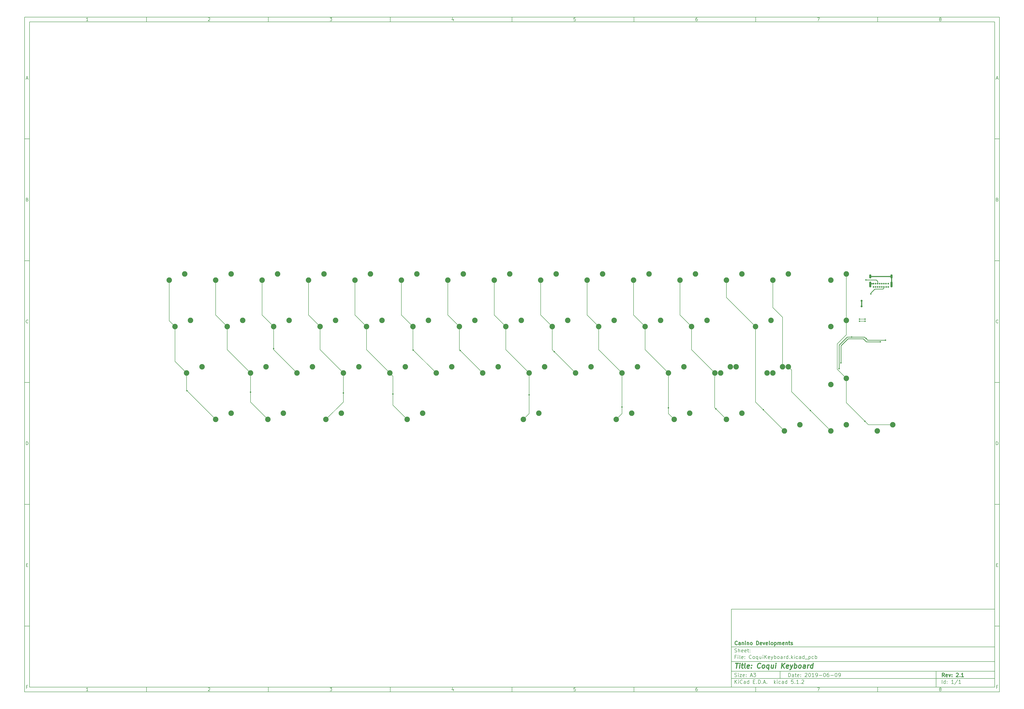
<source format=gtl>
G04 #@! TF.GenerationSoftware,KiCad,Pcbnew,5.1.2*
G04 #@! TF.CreationDate,2019-06-12T21:28:34-04:00*
G04 #@! TF.ProjectId,CoquiKeyboard,436f7175-694b-4657-9962-6f6172642e6b,2.1*
G04 #@! TF.SameCoordinates,Original*
G04 #@! TF.FileFunction,Copper,L1,Top*
G04 #@! TF.FilePolarity,Positive*
%FSLAX46Y46*%
G04 Gerber Fmt 4.6, Leading zero omitted, Abs format (unit mm)*
G04 Created by KiCad (PCBNEW 5.1.2) date 2019-06-12 21:28:34*
%MOMM*%
%LPD*%
G04 APERTURE LIST*
%ADD10C,0.100000*%
%ADD11C,0.150000*%
%ADD12C,0.300000*%
%ADD13C,0.400000*%
%ADD14C,2.250000*%
%ADD15C,0.650000*%
%ADD16O,0.900000X2.400000*%
%ADD17O,0.900000X1.700000*%
%ADD18C,0.800000*%
%ADD19C,0.600000*%
%ADD20C,0.381000*%
%ADD21C,0.250000*%
%ADD22C,0.203200*%
G04 APERTURE END LIST*
D10*
D11*
X299989000Y-253002200D02*
X299989000Y-285002200D01*
X407989000Y-285002200D01*
X407989000Y-253002200D01*
X299989000Y-253002200D01*
D10*
D11*
X10000000Y-10000000D02*
X10000000Y-287002200D01*
X409989000Y-287002200D01*
X409989000Y-10000000D01*
X10000000Y-10000000D01*
D10*
D11*
X12000000Y-12000000D02*
X12000000Y-285002200D01*
X407989000Y-285002200D01*
X407989000Y-12000000D01*
X12000000Y-12000000D01*
D10*
D11*
X60000000Y-12000000D02*
X60000000Y-10000000D01*
D10*
D11*
X110000000Y-12000000D02*
X110000000Y-10000000D01*
D10*
D11*
X160000000Y-12000000D02*
X160000000Y-10000000D01*
D10*
D11*
X210000000Y-12000000D02*
X210000000Y-10000000D01*
D10*
D11*
X260000000Y-12000000D02*
X260000000Y-10000000D01*
D10*
D11*
X310000000Y-12000000D02*
X310000000Y-10000000D01*
D10*
D11*
X360000000Y-12000000D02*
X360000000Y-10000000D01*
D10*
D11*
X36065476Y-11588095D02*
X35322619Y-11588095D01*
X35694047Y-11588095D02*
X35694047Y-10288095D01*
X35570238Y-10473809D01*
X35446428Y-10597619D01*
X35322619Y-10659523D01*
D10*
D11*
X85322619Y-10411904D02*
X85384523Y-10350000D01*
X85508333Y-10288095D01*
X85817857Y-10288095D01*
X85941666Y-10350000D01*
X86003571Y-10411904D01*
X86065476Y-10535714D01*
X86065476Y-10659523D01*
X86003571Y-10845238D01*
X85260714Y-11588095D01*
X86065476Y-11588095D01*
D10*
D11*
X135260714Y-10288095D02*
X136065476Y-10288095D01*
X135632142Y-10783333D01*
X135817857Y-10783333D01*
X135941666Y-10845238D01*
X136003571Y-10907142D01*
X136065476Y-11030952D01*
X136065476Y-11340476D01*
X136003571Y-11464285D01*
X135941666Y-11526190D01*
X135817857Y-11588095D01*
X135446428Y-11588095D01*
X135322619Y-11526190D01*
X135260714Y-11464285D01*
D10*
D11*
X185941666Y-10721428D02*
X185941666Y-11588095D01*
X185632142Y-10226190D02*
X185322619Y-11154761D01*
X186127380Y-11154761D01*
D10*
D11*
X236003571Y-10288095D02*
X235384523Y-10288095D01*
X235322619Y-10907142D01*
X235384523Y-10845238D01*
X235508333Y-10783333D01*
X235817857Y-10783333D01*
X235941666Y-10845238D01*
X236003571Y-10907142D01*
X236065476Y-11030952D01*
X236065476Y-11340476D01*
X236003571Y-11464285D01*
X235941666Y-11526190D01*
X235817857Y-11588095D01*
X235508333Y-11588095D01*
X235384523Y-11526190D01*
X235322619Y-11464285D01*
D10*
D11*
X285941666Y-10288095D02*
X285694047Y-10288095D01*
X285570238Y-10350000D01*
X285508333Y-10411904D01*
X285384523Y-10597619D01*
X285322619Y-10845238D01*
X285322619Y-11340476D01*
X285384523Y-11464285D01*
X285446428Y-11526190D01*
X285570238Y-11588095D01*
X285817857Y-11588095D01*
X285941666Y-11526190D01*
X286003571Y-11464285D01*
X286065476Y-11340476D01*
X286065476Y-11030952D01*
X286003571Y-10907142D01*
X285941666Y-10845238D01*
X285817857Y-10783333D01*
X285570238Y-10783333D01*
X285446428Y-10845238D01*
X285384523Y-10907142D01*
X285322619Y-11030952D01*
D10*
D11*
X335260714Y-10288095D02*
X336127380Y-10288095D01*
X335570238Y-11588095D01*
D10*
D11*
X385570238Y-10845238D02*
X385446428Y-10783333D01*
X385384523Y-10721428D01*
X385322619Y-10597619D01*
X385322619Y-10535714D01*
X385384523Y-10411904D01*
X385446428Y-10350000D01*
X385570238Y-10288095D01*
X385817857Y-10288095D01*
X385941666Y-10350000D01*
X386003571Y-10411904D01*
X386065476Y-10535714D01*
X386065476Y-10597619D01*
X386003571Y-10721428D01*
X385941666Y-10783333D01*
X385817857Y-10845238D01*
X385570238Y-10845238D01*
X385446428Y-10907142D01*
X385384523Y-10969047D01*
X385322619Y-11092857D01*
X385322619Y-11340476D01*
X385384523Y-11464285D01*
X385446428Y-11526190D01*
X385570238Y-11588095D01*
X385817857Y-11588095D01*
X385941666Y-11526190D01*
X386003571Y-11464285D01*
X386065476Y-11340476D01*
X386065476Y-11092857D01*
X386003571Y-10969047D01*
X385941666Y-10907142D01*
X385817857Y-10845238D01*
D10*
D11*
X60000000Y-285002200D02*
X60000000Y-287002200D01*
D10*
D11*
X110000000Y-285002200D02*
X110000000Y-287002200D01*
D10*
D11*
X160000000Y-285002200D02*
X160000000Y-287002200D01*
D10*
D11*
X210000000Y-285002200D02*
X210000000Y-287002200D01*
D10*
D11*
X260000000Y-285002200D02*
X260000000Y-287002200D01*
D10*
D11*
X310000000Y-285002200D02*
X310000000Y-287002200D01*
D10*
D11*
X360000000Y-285002200D02*
X360000000Y-287002200D01*
D10*
D11*
X36065476Y-286590295D02*
X35322619Y-286590295D01*
X35694047Y-286590295D02*
X35694047Y-285290295D01*
X35570238Y-285476009D01*
X35446428Y-285599819D01*
X35322619Y-285661723D01*
D10*
D11*
X85322619Y-285414104D02*
X85384523Y-285352200D01*
X85508333Y-285290295D01*
X85817857Y-285290295D01*
X85941666Y-285352200D01*
X86003571Y-285414104D01*
X86065476Y-285537914D01*
X86065476Y-285661723D01*
X86003571Y-285847438D01*
X85260714Y-286590295D01*
X86065476Y-286590295D01*
D10*
D11*
X135260714Y-285290295D02*
X136065476Y-285290295D01*
X135632142Y-285785533D01*
X135817857Y-285785533D01*
X135941666Y-285847438D01*
X136003571Y-285909342D01*
X136065476Y-286033152D01*
X136065476Y-286342676D01*
X136003571Y-286466485D01*
X135941666Y-286528390D01*
X135817857Y-286590295D01*
X135446428Y-286590295D01*
X135322619Y-286528390D01*
X135260714Y-286466485D01*
D10*
D11*
X185941666Y-285723628D02*
X185941666Y-286590295D01*
X185632142Y-285228390D02*
X185322619Y-286156961D01*
X186127380Y-286156961D01*
D10*
D11*
X236003571Y-285290295D02*
X235384523Y-285290295D01*
X235322619Y-285909342D01*
X235384523Y-285847438D01*
X235508333Y-285785533D01*
X235817857Y-285785533D01*
X235941666Y-285847438D01*
X236003571Y-285909342D01*
X236065476Y-286033152D01*
X236065476Y-286342676D01*
X236003571Y-286466485D01*
X235941666Y-286528390D01*
X235817857Y-286590295D01*
X235508333Y-286590295D01*
X235384523Y-286528390D01*
X235322619Y-286466485D01*
D10*
D11*
X285941666Y-285290295D02*
X285694047Y-285290295D01*
X285570238Y-285352200D01*
X285508333Y-285414104D01*
X285384523Y-285599819D01*
X285322619Y-285847438D01*
X285322619Y-286342676D01*
X285384523Y-286466485D01*
X285446428Y-286528390D01*
X285570238Y-286590295D01*
X285817857Y-286590295D01*
X285941666Y-286528390D01*
X286003571Y-286466485D01*
X286065476Y-286342676D01*
X286065476Y-286033152D01*
X286003571Y-285909342D01*
X285941666Y-285847438D01*
X285817857Y-285785533D01*
X285570238Y-285785533D01*
X285446428Y-285847438D01*
X285384523Y-285909342D01*
X285322619Y-286033152D01*
D10*
D11*
X335260714Y-285290295D02*
X336127380Y-285290295D01*
X335570238Y-286590295D01*
D10*
D11*
X385570238Y-285847438D02*
X385446428Y-285785533D01*
X385384523Y-285723628D01*
X385322619Y-285599819D01*
X385322619Y-285537914D01*
X385384523Y-285414104D01*
X385446428Y-285352200D01*
X385570238Y-285290295D01*
X385817857Y-285290295D01*
X385941666Y-285352200D01*
X386003571Y-285414104D01*
X386065476Y-285537914D01*
X386065476Y-285599819D01*
X386003571Y-285723628D01*
X385941666Y-285785533D01*
X385817857Y-285847438D01*
X385570238Y-285847438D01*
X385446428Y-285909342D01*
X385384523Y-285971247D01*
X385322619Y-286095057D01*
X385322619Y-286342676D01*
X385384523Y-286466485D01*
X385446428Y-286528390D01*
X385570238Y-286590295D01*
X385817857Y-286590295D01*
X385941666Y-286528390D01*
X386003571Y-286466485D01*
X386065476Y-286342676D01*
X386065476Y-286095057D01*
X386003571Y-285971247D01*
X385941666Y-285909342D01*
X385817857Y-285847438D01*
D10*
D11*
X10000000Y-60000000D02*
X12000000Y-60000000D01*
D10*
D11*
X10000000Y-110000000D02*
X12000000Y-110000000D01*
D10*
D11*
X10000000Y-160000000D02*
X12000000Y-160000000D01*
D10*
D11*
X10000000Y-210000000D02*
X12000000Y-210000000D01*
D10*
D11*
X10000000Y-260000000D02*
X12000000Y-260000000D01*
D10*
D11*
X10690476Y-35216666D02*
X11309523Y-35216666D01*
X10566666Y-35588095D02*
X11000000Y-34288095D01*
X11433333Y-35588095D01*
D10*
D11*
X11092857Y-84907142D02*
X11278571Y-84969047D01*
X11340476Y-85030952D01*
X11402380Y-85154761D01*
X11402380Y-85340476D01*
X11340476Y-85464285D01*
X11278571Y-85526190D01*
X11154761Y-85588095D01*
X10659523Y-85588095D01*
X10659523Y-84288095D01*
X11092857Y-84288095D01*
X11216666Y-84350000D01*
X11278571Y-84411904D01*
X11340476Y-84535714D01*
X11340476Y-84659523D01*
X11278571Y-84783333D01*
X11216666Y-84845238D01*
X11092857Y-84907142D01*
X10659523Y-84907142D01*
D10*
D11*
X11402380Y-135464285D02*
X11340476Y-135526190D01*
X11154761Y-135588095D01*
X11030952Y-135588095D01*
X10845238Y-135526190D01*
X10721428Y-135402380D01*
X10659523Y-135278571D01*
X10597619Y-135030952D01*
X10597619Y-134845238D01*
X10659523Y-134597619D01*
X10721428Y-134473809D01*
X10845238Y-134350000D01*
X11030952Y-134288095D01*
X11154761Y-134288095D01*
X11340476Y-134350000D01*
X11402380Y-134411904D01*
D10*
D11*
X10659523Y-185588095D02*
X10659523Y-184288095D01*
X10969047Y-184288095D01*
X11154761Y-184350000D01*
X11278571Y-184473809D01*
X11340476Y-184597619D01*
X11402380Y-184845238D01*
X11402380Y-185030952D01*
X11340476Y-185278571D01*
X11278571Y-185402380D01*
X11154761Y-185526190D01*
X10969047Y-185588095D01*
X10659523Y-185588095D01*
D10*
D11*
X10721428Y-234907142D02*
X11154761Y-234907142D01*
X11340476Y-235588095D02*
X10721428Y-235588095D01*
X10721428Y-234288095D01*
X11340476Y-234288095D01*
D10*
D11*
X11185714Y-284907142D02*
X10752380Y-284907142D01*
X10752380Y-285588095D02*
X10752380Y-284288095D01*
X11371428Y-284288095D01*
D10*
D11*
X409989000Y-60000000D02*
X407989000Y-60000000D01*
D10*
D11*
X409989000Y-110000000D02*
X407989000Y-110000000D01*
D10*
D11*
X409989000Y-160000000D02*
X407989000Y-160000000D01*
D10*
D11*
X409989000Y-210000000D02*
X407989000Y-210000000D01*
D10*
D11*
X409989000Y-260000000D02*
X407989000Y-260000000D01*
D10*
D11*
X408679476Y-35216666D02*
X409298523Y-35216666D01*
X408555666Y-35588095D02*
X408989000Y-34288095D01*
X409422333Y-35588095D01*
D10*
D11*
X409081857Y-84907142D02*
X409267571Y-84969047D01*
X409329476Y-85030952D01*
X409391380Y-85154761D01*
X409391380Y-85340476D01*
X409329476Y-85464285D01*
X409267571Y-85526190D01*
X409143761Y-85588095D01*
X408648523Y-85588095D01*
X408648523Y-84288095D01*
X409081857Y-84288095D01*
X409205666Y-84350000D01*
X409267571Y-84411904D01*
X409329476Y-84535714D01*
X409329476Y-84659523D01*
X409267571Y-84783333D01*
X409205666Y-84845238D01*
X409081857Y-84907142D01*
X408648523Y-84907142D01*
D10*
D11*
X409391380Y-135464285D02*
X409329476Y-135526190D01*
X409143761Y-135588095D01*
X409019952Y-135588095D01*
X408834238Y-135526190D01*
X408710428Y-135402380D01*
X408648523Y-135278571D01*
X408586619Y-135030952D01*
X408586619Y-134845238D01*
X408648523Y-134597619D01*
X408710428Y-134473809D01*
X408834238Y-134350000D01*
X409019952Y-134288095D01*
X409143761Y-134288095D01*
X409329476Y-134350000D01*
X409391380Y-134411904D01*
D10*
D11*
X408648523Y-185588095D02*
X408648523Y-184288095D01*
X408958047Y-184288095D01*
X409143761Y-184350000D01*
X409267571Y-184473809D01*
X409329476Y-184597619D01*
X409391380Y-184845238D01*
X409391380Y-185030952D01*
X409329476Y-185278571D01*
X409267571Y-185402380D01*
X409143761Y-185526190D01*
X408958047Y-185588095D01*
X408648523Y-185588095D01*
D10*
D11*
X408710428Y-234907142D02*
X409143761Y-234907142D01*
X409329476Y-235588095D02*
X408710428Y-235588095D01*
X408710428Y-234288095D01*
X409329476Y-234288095D01*
D10*
D11*
X409174714Y-284907142D02*
X408741380Y-284907142D01*
X408741380Y-285588095D02*
X408741380Y-284288095D01*
X409360428Y-284288095D01*
D10*
D11*
X323421142Y-280780771D02*
X323421142Y-279280771D01*
X323778285Y-279280771D01*
X323992571Y-279352200D01*
X324135428Y-279495057D01*
X324206857Y-279637914D01*
X324278285Y-279923628D01*
X324278285Y-280137914D01*
X324206857Y-280423628D01*
X324135428Y-280566485D01*
X323992571Y-280709342D01*
X323778285Y-280780771D01*
X323421142Y-280780771D01*
X325564000Y-280780771D02*
X325564000Y-279995057D01*
X325492571Y-279852200D01*
X325349714Y-279780771D01*
X325064000Y-279780771D01*
X324921142Y-279852200D01*
X325564000Y-280709342D02*
X325421142Y-280780771D01*
X325064000Y-280780771D01*
X324921142Y-280709342D01*
X324849714Y-280566485D01*
X324849714Y-280423628D01*
X324921142Y-280280771D01*
X325064000Y-280209342D01*
X325421142Y-280209342D01*
X325564000Y-280137914D01*
X326064000Y-279780771D02*
X326635428Y-279780771D01*
X326278285Y-279280771D02*
X326278285Y-280566485D01*
X326349714Y-280709342D01*
X326492571Y-280780771D01*
X326635428Y-280780771D01*
X327706857Y-280709342D02*
X327564000Y-280780771D01*
X327278285Y-280780771D01*
X327135428Y-280709342D01*
X327064000Y-280566485D01*
X327064000Y-279995057D01*
X327135428Y-279852200D01*
X327278285Y-279780771D01*
X327564000Y-279780771D01*
X327706857Y-279852200D01*
X327778285Y-279995057D01*
X327778285Y-280137914D01*
X327064000Y-280280771D01*
X328421142Y-280637914D02*
X328492571Y-280709342D01*
X328421142Y-280780771D01*
X328349714Y-280709342D01*
X328421142Y-280637914D01*
X328421142Y-280780771D01*
X328421142Y-279852200D02*
X328492571Y-279923628D01*
X328421142Y-279995057D01*
X328349714Y-279923628D01*
X328421142Y-279852200D01*
X328421142Y-279995057D01*
X330206857Y-279423628D02*
X330278285Y-279352200D01*
X330421142Y-279280771D01*
X330778285Y-279280771D01*
X330921142Y-279352200D01*
X330992571Y-279423628D01*
X331064000Y-279566485D01*
X331064000Y-279709342D01*
X330992571Y-279923628D01*
X330135428Y-280780771D01*
X331064000Y-280780771D01*
X331992571Y-279280771D02*
X332135428Y-279280771D01*
X332278285Y-279352200D01*
X332349714Y-279423628D01*
X332421142Y-279566485D01*
X332492571Y-279852200D01*
X332492571Y-280209342D01*
X332421142Y-280495057D01*
X332349714Y-280637914D01*
X332278285Y-280709342D01*
X332135428Y-280780771D01*
X331992571Y-280780771D01*
X331849714Y-280709342D01*
X331778285Y-280637914D01*
X331706857Y-280495057D01*
X331635428Y-280209342D01*
X331635428Y-279852200D01*
X331706857Y-279566485D01*
X331778285Y-279423628D01*
X331849714Y-279352200D01*
X331992571Y-279280771D01*
X333921142Y-280780771D02*
X333064000Y-280780771D01*
X333492571Y-280780771D02*
X333492571Y-279280771D01*
X333349714Y-279495057D01*
X333206857Y-279637914D01*
X333064000Y-279709342D01*
X334635428Y-280780771D02*
X334921142Y-280780771D01*
X335064000Y-280709342D01*
X335135428Y-280637914D01*
X335278285Y-280423628D01*
X335349714Y-280137914D01*
X335349714Y-279566485D01*
X335278285Y-279423628D01*
X335206857Y-279352200D01*
X335064000Y-279280771D01*
X334778285Y-279280771D01*
X334635428Y-279352200D01*
X334564000Y-279423628D01*
X334492571Y-279566485D01*
X334492571Y-279923628D01*
X334564000Y-280066485D01*
X334635428Y-280137914D01*
X334778285Y-280209342D01*
X335064000Y-280209342D01*
X335206857Y-280137914D01*
X335278285Y-280066485D01*
X335349714Y-279923628D01*
X335992571Y-280209342D02*
X337135428Y-280209342D01*
X338135428Y-279280771D02*
X338278285Y-279280771D01*
X338421142Y-279352200D01*
X338492571Y-279423628D01*
X338564000Y-279566485D01*
X338635428Y-279852200D01*
X338635428Y-280209342D01*
X338564000Y-280495057D01*
X338492571Y-280637914D01*
X338421142Y-280709342D01*
X338278285Y-280780771D01*
X338135428Y-280780771D01*
X337992571Y-280709342D01*
X337921142Y-280637914D01*
X337849714Y-280495057D01*
X337778285Y-280209342D01*
X337778285Y-279852200D01*
X337849714Y-279566485D01*
X337921142Y-279423628D01*
X337992571Y-279352200D01*
X338135428Y-279280771D01*
X339921142Y-279280771D02*
X339635428Y-279280771D01*
X339492571Y-279352200D01*
X339421142Y-279423628D01*
X339278285Y-279637914D01*
X339206857Y-279923628D01*
X339206857Y-280495057D01*
X339278285Y-280637914D01*
X339349714Y-280709342D01*
X339492571Y-280780771D01*
X339778285Y-280780771D01*
X339921142Y-280709342D01*
X339992571Y-280637914D01*
X340064000Y-280495057D01*
X340064000Y-280137914D01*
X339992571Y-279995057D01*
X339921142Y-279923628D01*
X339778285Y-279852200D01*
X339492571Y-279852200D01*
X339349714Y-279923628D01*
X339278285Y-279995057D01*
X339206857Y-280137914D01*
X340706857Y-280209342D02*
X341849714Y-280209342D01*
X342849714Y-279280771D02*
X342992571Y-279280771D01*
X343135428Y-279352200D01*
X343206857Y-279423628D01*
X343278285Y-279566485D01*
X343349714Y-279852200D01*
X343349714Y-280209342D01*
X343278285Y-280495057D01*
X343206857Y-280637914D01*
X343135428Y-280709342D01*
X342992571Y-280780771D01*
X342849714Y-280780771D01*
X342706857Y-280709342D01*
X342635428Y-280637914D01*
X342564000Y-280495057D01*
X342492571Y-280209342D01*
X342492571Y-279852200D01*
X342564000Y-279566485D01*
X342635428Y-279423628D01*
X342706857Y-279352200D01*
X342849714Y-279280771D01*
X344064000Y-280780771D02*
X344349714Y-280780771D01*
X344492571Y-280709342D01*
X344564000Y-280637914D01*
X344706857Y-280423628D01*
X344778285Y-280137914D01*
X344778285Y-279566485D01*
X344706857Y-279423628D01*
X344635428Y-279352200D01*
X344492571Y-279280771D01*
X344206857Y-279280771D01*
X344064000Y-279352200D01*
X343992571Y-279423628D01*
X343921142Y-279566485D01*
X343921142Y-279923628D01*
X343992571Y-280066485D01*
X344064000Y-280137914D01*
X344206857Y-280209342D01*
X344492571Y-280209342D01*
X344635428Y-280137914D01*
X344706857Y-280066485D01*
X344778285Y-279923628D01*
D10*
D11*
X299989000Y-281502200D02*
X407989000Y-281502200D01*
D10*
D11*
X301421142Y-283580771D02*
X301421142Y-282080771D01*
X302278285Y-283580771D02*
X301635428Y-282723628D01*
X302278285Y-282080771D02*
X301421142Y-282937914D01*
X302921142Y-283580771D02*
X302921142Y-282580771D01*
X302921142Y-282080771D02*
X302849714Y-282152200D01*
X302921142Y-282223628D01*
X302992571Y-282152200D01*
X302921142Y-282080771D01*
X302921142Y-282223628D01*
X304492571Y-283437914D02*
X304421142Y-283509342D01*
X304206857Y-283580771D01*
X304064000Y-283580771D01*
X303849714Y-283509342D01*
X303706857Y-283366485D01*
X303635428Y-283223628D01*
X303564000Y-282937914D01*
X303564000Y-282723628D01*
X303635428Y-282437914D01*
X303706857Y-282295057D01*
X303849714Y-282152200D01*
X304064000Y-282080771D01*
X304206857Y-282080771D01*
X304421142Y-282152200D01*
X304492571Y-282223628D01*
X305778285Y-283580771D02*
X305778285Y-282795057D01*
X305706857Y-282652200D01*
X305564000Y-282580771D01*
X305278285Y-282580771D01*
X305135428Y-282652200D01*
X305778285Y-283509342D02*
X305635428Y-283580771D01*
X305278285Y-283580771D01*
X305135428Y-283509342D01*
X305064000Y-283366485D01*
X305064000Y-283223628D01*
X305135428Y-283080771D01*
X305278285Y-283009342D01*
X305635428Y-283009342D01*
X305778285Y-282937914D01*
X307135428Y-283580771D02*
X307135428Y-282080771D01*
X307135428Y-283509342D02*
X306992571Y-283580771D01*
X306706857Y-283580771D01*
X306564000Y-283509342D01*
X306492571Y-283437914D01*
X306421142Y-283295057D01*
X306421142Y-282866485D01*
X306492571Y-282723628D01*
X306564000Y-282652200D01*
X306706857Y-282580771D01*
X306992571Y-282580771D01*
X307135428Y-282652200D01*
X308992571Y-282795057D02*
X309492571Y-282795057D01*
X309706857Y-283580771D02*
X308992571Y-283580771D01*
X308992571Y-282080771D01*
X309706857Y-282080771D01*
X310349714Y-283437914D02*
X310421142Y-283509342D01*
X310349714Y-283580771D01*
X310278285Y-283509342D01*
X310349714Y-283437914D01*
X310349714Y-283580771D01*
X311064000Y-283580771D02*
X311064000Y-282080771D01*
X311421142Y-282080771D01*
X311635428Y-282152200D01*
X311778285Y-282295057D01*
X311849714Y-282437914D01*
X311921142Y-282723628D01*
X311921142Y-282937914D01*
X311849714Y-283223628D01*
X311778285Y-283366485D01*
X311635428Y-283509342D01*
X311421142Y-283580771D01*
X311064000Y-283580771D01*
X312564000Y-283437914D02*
X312635428Y-283509342D01*
X312564000Y-283580771D01*
X312492571Y-283509342D01*
X312564000Y-283437914D01*
X312564000Y-283580771D01*
X313206857Y-283152200D02*
X313921142Y-283152200D01*
X313064000Y-283580771D02*
X313564000Y-282080771D01*
X314064000Y-283580771D01*
X314564000Y-283437914D02*
X314635428Y-283509342D01*
X314564000Y-283580771D01*
X314492571Y-283509342D01*
X314564000Y-283437914D01*
X314564000Y-283580771D01*
X317564000Y-283580771D02*
X317564000Y-282080771D01*
X317706857Y-283009342D02*
X318135428Y-283580771D01*
X318135428Y-282580771D02*
X317564000Y-283152200D01*
X318778285Y-283580771D02*
X318778285Y-282580771D01*
X318778285Y-282080771D02*
X318706857Y-282152200D01*
X318778285Y-282223628D01*
X318849714Y-282152200D01*
X318778285Y-282080771D01*
X318778285Y-282223628D01*
X320135428Y-283509342D02*
X319992571Y-283580771D01*
X319706857Y-283580771D01*
X319564000Y-283509342D01*
X319492571Y-283437914D01*
X319421142Y-283295057D01*
X319421142Y-282866485D01*
X319492571Y-282723628D01*
X319564000Y-282652200D01*
X319706857Y-282580771D01*
X319992571Y-282580771D01*
X320135428Y-282652200D01*
X321421142Y-283580771D02*
X321421142Y-282795057D01*
X321349714Y-282652200D01*
X321206857Y-282580771D01*
X320921142Y-282580771D01*
X320778285Y-282652200D01*
X321421142Y-283509342D02*
X321278285Y-283580771D01*
X320921142Y-283580771D01*
X320778285Y-283509342D01*
X320706857Y-283366485D01*
X320706857Y-283223628D01*
X320778285Y-283080771D01*
X320921142Y-283009342D01*
X321278285Y-283009342D01*
X321421142Y-282937914D01*
X322778285Y-283580771D02*
X322778285Y-282080771D01*
X322778285Y-283509342D02*
X322635428Y-283580771D01*
X322349714Y-283580771D01*
X322206857Y-283509342D01*
X322135428Y-283437914D01*
X322064000Y-283295057D01*
X322064000Y-282866485D01*
X322135428Y-282723628D01*
X322206857Y-282652200D01*
X322349714Y-282580771D01*
X322635428Y-282580771D01*
X322778285Y-282652200D01*
X325349714Y-282080771D02*
X324635428Y-282080771D01*
X324564000Y-282795057D01*
X324635428Y-282723628D01*
X324778285Y-282652200D01*
X325135428Y-282652200D01*
X325278285Y-282723628D01*
X325349714Y-282795057D01*
X325421142Y-282937914D01*
X325421142Y-283295057D01*
X325349714Y-283437914D01*
X325278285Y-283509342D01*
X325135428Y-283580771D01*
X324778285Y-283580771D01*
X324635428Y-283509342D01*
X324564000Y-283437914D01*
X326064000Y-283437914D02*
X326135428Y-283509342D01*
X326064000Y-283580771D01*
X325992571Y-283509342D01*
X326064000Y-283437914D01*
X326064000Y-283580771D01*
X327564000Y-283580771D02*
X326706857Y-283580771D01*
X327135428Y-283580771D02*
X327135428Y-282080771D01*
X326992571Y-282295057D01*
X326849714Y-282437914D01*
X326706857Y-282509342D01*
X328206857Y-283437914D02*
X328278285Y-283509342D01*
X328206857Y-283580771D01*
X328135428Y-283509342D01*
X328206857Y-283437914D01*
X328206857Y-283580771D01*
X328849714Y-282223628D02*
X328921142Y-282152200D01*
X329064000Y-282080771D01*
X329421142Y-282080771D01*
X329564000Y-282152200D01*
X329635428Y-282223628D01*
X329706857Y-282366485D01*
X329706857Y-282509342D01*
X329635428Y-282723628D01*
X328778285Y-283580771D01*
X329706857Y-283580771D01*
D10*
D11*
X299989000Y-278502200D02*
X407989000Y-278502200D01*
D10*
D12*
X387398285Y-280780771D02*
X386898285Y-280066485D01*
X386541142Y-280780771D02*
X386541142Y-279280771D01*
X387112571Y-279280771D01*
X387255428Y-279352200D01*
X387326857Y-279423628D01*
X387398285Y-279566485D01*
X387398285Y-279780771D01*
X387326857Y-279923628D01*
X387255428Y-279995057D01*
X387112571Y-280066485D01*
X386541142Y-280066485D01*
X388612571Y-280709342D02*
X388469714Y-280780771D01*
X388184000Y-280780771D01*
X388041142Y-280709342D01*
X387969714Y-280566485D01*
X387969714Y-279995057D01*
X388041142Y-279852200D01*
X388184000Y-279780771D01*
X388469714Y-279780771D01*
X388612571Y-279852200D01*
X388684000Y-279995057D01*
X388684000Y-280137914D01*
X387969714Y-280280771D01*
X389184000Y-279780771D02*
X389541142Y-280780771D01*
X389898285Y-279780771D01*
X390469714Y-280637914D02*
X390541142Y-280709342D01*
X390469714Y-280780771D01*
X390398285Y-280709342D01*
X390469714Y-280637914D01*
X390469714Y-280780771D01*
X390469714Y-279852200D02*
X390541142Y-279923628D01*
X390469714Y-279995057D01*
X390398285Y-279923628D01*
X390469714Y-279852200D01*
X390469714Y-279995057D01*
X392255428Y-279423628D02*
X392326857Y-279352200D01*
X392469714Y-279280771D01*
X392826857Y-279280771D01*
X392969714Y-279352200D01*
X393041142Y-279423628D01*
X393112571Y-279566485D01*
X393112571Y-279709342D01*
X393041142Y-279923628D01*
X392184000Y-280780771D01*
X393112571Y-280780771D01*
X393755428Y-280637914D02*
X393826857Y-280709342D01*
X393755428Y-280780771D01*
X393684000Y-280709342D01*
X393755428Y-280637914D01*
X393755428Y-280780771D01*
X395255428Y-280780771D02*
X394398285Y-280780771D01*
X394826857Y-280780771D02*
X394826857Y-279280771D01*
X394684000Y-279495057D01*
X394541142Y-279637914D01*
X394398285Y-279709342D01*
D10*
D11*
X301349714Y-280709342D02*
X301564000Y-280780771D01*
X301921142Y-280780771D01*
X302064000Y-280709342D01*
X302135428Y-280637914D01*
X302206857Y-280495057D01*
X302206857Y-280352200D01*
X302135428Y-280209342D01*
X302064000Y-280137914D01*
X301921142Y-280066485D01*
X301635428Y-279995057D01*
X301492571Y-279923628D01*
X301421142Y-279852200D01*
X301349714Y-279709342D01*
X301349714Y-279566485D01*
X301421142Y-279423628D01*
X301492571Y-279352200D01*
X301635428Y-279280771D01*
X301992571Y-279280771D01*
X302206857Y-279352200D01*
X302849714Y-280780771D02*
X302849714Y-279780771D01*
X302849714Y-279280771D02*
X302778285Y-279352200D01*
X302849714Y-279423628D01*
X302921142Y-279352200D01*
X302849714Y-279280771D01*
X302849714Y-279423628D01*
X303421142Y-279780771D02*
X304206857Y-279780771D01*
X303421142Y-280780771D01*
X304206857Y-280780771D01*
X305349714Y-280709342D02*
X305206857Y-280780771D01*
X304921142Y-280780771D01*
X304778285Y-280709342D01*
X304706857Y-280566485D01*
X304706857Y-279995057D01*
X304778285Y-279852200D01*
X304921142Y-279780771D01*
X305206857Y-279780771D01*
X305349714Y-279852200D01*
X305421142Y-279995057D01*
X305421142Y-280137914D01*
X304706857Y-280280771D01*
X306064000Y-280637914D02*
X306135428Y-280709342D01*
X306064000Y-280780771D01*
X305992571Y-280709342D01*
X306064000Y-280637914D01*
X306064000Y-280780771D01*
X306064000Y-279852200D02*
X306135428Y-279923628D01*
X306064000Y-279995057D01*
X305992571Y-279923628D01*
X306064000Y-279852200D01*
X306064000Y-279995057D01*
X307849714Y-280352200D02*
X308564000Y-280352200D01*
X307706857Y-280780771D02*
X308206857Y-279280771D01*
X308706857Y-280780771D01*
X309064000Y-279280771D02*
X309992571Y-279280771D01*
X309492571Y-279852200D01*
X309706857Y-279852200D01*
X309849714Y-279923628D01*
X309921142Y-279995057D01*
X309992571Y-280137914D01*
X309992571Y-280495057D01*
X309921142Y-280637914D01*
X309849714Y-280709342D01*
X309706857Y-280780771D01*
X309278285Y-280780771D01*
X309135428Y-280709342D01*
X309064000Y-280637914D01*
D10*
D11*
X386421142Y-283580771D02*
X386421142Y-282080771D01*
X387778285Y-283580771D02*
X387778285Y-282080771D01*
X387778285Y-283509342D02*
X387635428Y-283580771D01*
X387349714Y-283580771D01*
X387206857Y-283509342D01*
X387135428Y-283437914D01*
X387064000Y-283295057D01*
X387064000Y-282866485D01*
X387135428Y-282723628D01*
X387206857Y-282652200D01*
X387349714Y-282580771D01*
X387635428Y-282580771D01*
X387778285Y-282652200D01*
X388492571Y-283437914D02*
X388564000Y-283509342D01*
X388492571Y-283580771D01*
X388421142Y-283509342D01*
X388492571Y-283437914D01*
X388492571Y-283580771D01*
X388492571Y-282652200D02*
X388564000Y-282723628D01*
X388492571Y-282795057D01*
X388421142Y-282723628D01*
X388492571Y-282652200D01*
X388492571Y-282795057D01*
X391135428Y-283580771D02*
X390278285Y-283580771D01*
X390706857Y-283580771D02*
X390706857Y-282080771D01*
X390564000Y-282295057D01*
X390421142Y-282437914D01*
X390278285Y-282509342D01*
X392849714Y-282009342D02*
X391564000Y-283937914D01*
X394135428Y-283580771D02*
X393278285Y-283580771D01*
X393706857Y-283580771D02*
X393706857Y-282080771D01*
X393564000Y-282295057D01*
X393421142Y-282437914D01*
X393278285Y-282509342D01*
D10*
D11*
X299989000Y-274502200D02*
X407989000Y-274502200D01*
D10*
D13*
X301701380Y-275206961D02*
X302844238Y-275206961D01*
X302022809Y-277206961D02*
X302272809Y-275206961D01*
X303260904Y-277206961D02*
X303427571Y-275873628D01*
X303510904Y-275206961D02*
X303403761Y-275302200D01*
X303487095Y-275397438D01*
X303594238Y-275302200D01*
X303510904Y-275206961D01*
X303487095Y-275397438D01*
X304094238Y-275873628D02*
X304856142Y-275873628D01*
X304463285Y-275206961D02*
X304249000Y-276921247D01*
X304320428Y-277111723D01*
X304499000Y-277206961D01*
X304689476Y-277206961D01*
X305641857Y-277206961D02*
X305463285Y-277111723D01*
X305391857Y-276921247D01*
X305606142Y-275206961D01*
X307177571Y-277111723D02*
X306975190Y-277206961D01*
X306594238Y-277206961D01*
X306415666Y-277111723D01*
X306344238Y-276921247D01*
X306439476Y-276159342D01*
X306558523Y-275968866D01*
X306760904Y-275873628D01*
X307141857Y-275873628D01*
X307320428Y-275968866D01*
X307391857Y-276159342D01*
X307368047Y-276349819D01*
X306391857Y-276540295D01*
X308141857Y-277016485D02*
X308225190Y-277111723D01*
X308118047Y-277206961D01*
X308034714Y-277111723D01*
X308141857Y-277016485D01*
X308118047Y-277206961D01*
X308272809Y-275968866D02*
X308356142Y-276064104D01*
X308249000Y-276159342D01*
X308165666Y-276064104D01*
X308272809Y-275968866D01*
X308249000Y-276159342D01*
X311760904Y-277016485D02*
X311653761Y-277111723D01*
X311356142Y-277206961D01*
X311165666Y-277206961D01*
X310891857Y-277111723D01*
X310725190Y-276921247D01*
X310653761Y-276730771D01*
X310606142Y-276349819D01*
X310641857Y-276064104D01*
X310784714Y-275683152D01*
X310903761Y-275492676D01*
X311118047Y-275302200D01*
X311415666Y-275206961D01*
X311606142Y-275206961D01*
X311879952Y-275302200D01*
X311963285Y-275397438D01*
X312879952Y-277206961D02*
X312701380Y-277111723D01*
X312618047Y-277016485D01*
X312546619Y-276826009D01*
X312618047Y-276254580D01*
X312737095Y-276064104D01*
X312844238Y-275968866D01*
X313046619Y-275873628D01*
X313332333Y-275873628D01*
X313510904Y-275968866D01*
X313594238Y-276064104D01*
X313665666Y-276254580D01*
X313594238Y-276826009D01*
X313475190Y-277016485D01*
X313368047Y-277111723D01*
X313165666Y-277206961D01*
X312879952Y-277206961D01*
X315427571Y-275873628D02*
X315177571Y-277873628D01*
X315272809Y-277111723D02*
X315070428Y-277206961D01*
X314689476Y-277206961D01*
X314510904Y-277111723D01*
X314427571Y-277016485D01*
X314356142Y-276826009D01*
X314427571Y-276254580D01*
X314546619Y-276064104D01*
X314653761Y-275968866D01*
X314856142Y-275873628D01*
X315237095Y-275873628D01*
X315415666Y-275968866D01*
X317237095Y-275873628D02*
X317070428Y-277206961D01*
X316379952Y-275873628D02*
X316249000Y-276921247D01*
X316320428Y-277111723D01*
X316499000Y-277206961D01*
X316784714Y-277206961D01*
X316987095Y-277111723D01*
X317094238Y-277016485D01*
X318022809Y-277206961D02*
X318189476Y-275873628D01*
X318272809Y-275206961D02*
X318165666Y-275302200D01*
X318249000Y-275397438D01*
X318356142Y-275302200D01*
X318272809Y-275206961D01*
X318249000Y-275397438D01*
X320499000Y-277206961D02*
X320749000Y-275206961D01*
X321641857Y-277206961D02*
X320927571Y-276064104D01*
X321891857Y-275206961D02*
X320606142Y-276349819D01*
X323272809Y-277111723D02*
X323070428Y-277206961D01*
X322689476Y-277206961D01*
X322510904Y-277111723D01*
X322439476Y-276921247D01*
X322534714Y-276159342D01*
X322653761Y-275968866D01*
X322856142Y-275873628D01*
X323237095Y-275873628D01*
X323415666Y-275968866D01*
X323487095Y-276159342D01*
X323463285Y-276349819D01*
X322487095Y-276540295D01*
X324189476Y-275873628D02*
X324499000Y-277206961D01*
X325141857Y-275873628D02*
X324499000Y-277206961D01*
X324249000Y-277683152D01*
X324141857Y-277778390D01*
X323939476Y-277873628D01*
X325737095Y-277206961D02*
X325987095Y-275206961D01*
X325891857Y-275968866D02*
X326094238Y-275873628D01*
X326475190Y-275873628D01*
X326653761Y-275968866D01*
X326737095Y-276064104D01*
X326808523Y-276254580D01*
X326737095Y-276826009D01*
X326618047Y-277016485D01*
X326510904Y-277111723D01*
X326308523Y-277206961D01*
X325927571Y-277206961D01*
X325749000Y-277111723D01*
X327832333Y-277206961D02*
X327653761Y-277111723D01*
X327570428Y-277016485D01*
X327499000Y-276826009D01*
X327570428Y-276254580D01*
X327689476Y-276064104D01*
X327796619Y-275968866D01*
X327999000Y-275873628D01*
X328284714Y-275873628D01*
X328463285Y-275968866D01*
X328546619Y-276064104D01*
X328618047Y-276254580D01*
X328546619Y-276826009D01*
X328427571Y-277016485D01*
X328320428Y-277111723D01*
X328118047Y-277206961D01*
X327832333Y-277206961D01*
X330213285Y-277206961D02*
X330344238Y-276159342D01*
X330272809Y-275968866D01*
X330094238Y-275873628D01*
X329713285Y-275873628D01*
X329510904Y-275968866D01*
X330225190Y-277111723D02*
X330022809Y-277206961D01*
X329546619Y-277206961D01*
X329368047Y-277111723D01*
X329296619Y-276921247D01*
X329320428Y-276730771D01*
X329439476Y-276540295D01*
X329641857Y-276445057D01*
X330118047Y-276445057D01*
X330320428Y-276349819D01*
X331165666Y-277206961D02*
X331332333Y-275873628D01*
X331284714Y-276254580D02*
X331403761Y-276064104D01*
X331510904Y-275968866D01*
X331713285Y-275873628D01*
X331903761Y-275873628D01*
X333260904Y-277206961D02*
X333510904Y-275206961D01*
X333272809Y-277111723D02*
X333070428Y-277206961D01*
X332689476Y-277206961D01*
X332510904Y-277111723D01*
X332427571Y-277016485D01*
X332356142Y-276826009D01*
X332427571Y-276254580D01*
X332546619Y-276064104D01*
X332653761Y-275968866D01*
X332856142Y-275873628D01*
X333237095Y-275873628D01*
X333415666Y-275968866D01*
D10*
D11*
X301921142Y-272595057D02*
X301421142Y-272595057D01*
X301421142Y-273380771D02*
X301421142Y-271880771D01*
X302135428Y-271880771D01*
X302706857Y-273380771D02*
X302706857Y-272380771D01*
X302706857Y-271880771D02*
X302635428Y-271952200D01*
X302706857Y-272023628D01*
X302778285Y-271952200D01*
X302706857Y-271880771D01*
X302706857Y-272023628D01*
X303635428Y-273380771D02*
X303492571Y-273309342D01*
X303421142Y-273166485D01*
X303421142Y-271880771D01*
X304778285Y-273309342D02*
X304635428Y-273380771D01*
X304349714Y-273380771D01*
X304206857Y-273309342D01*
X304135428Y-273166485D01*
X304135428Y-272595057D01*
X304206857Y-272452200D01*
X304349714Y-272380771D01*
X304635428Y-272380771D01*
X304778285Y-272452200D01*
X304849714Y-272595057D01*
X304849714Y-272737914D01*
X304135428Y-272880771D01*
X305492571Y-273237914D02*
X305564000Y-273309342D01*
X305492571Y-273380771D01*
X305421142Y-273309342D01*
X305492571Y-273237914D01*
X305492571Y-273380771D01*
X305492571Y-272452200D02*
X305564000Y-272523628D01*
X305492571Y-272595057D01*
X305421142Y-272523628D01*
X305492571Y-272452200D01*
X305492571Y-272595057D01*
X308206857Y-273237914D02*
X308135428Y-273309342D01*
X307921142Y-273380771D01*
X307778285Y-273380771D01*
X307564000Y-273309342D01*
X307421142Y-273166485D01*
X307349714Y-273023628D01*
X307278285Y-272737914D01*
X307278285Y-272523628D01*
X307349714Y-272237914D01*
X307421142Y-272095057D01*
X307564000Y-271952200D01*
X307778285Y-271880771D01*
X307921142Y-271880771D01*
X308135428Y-271952200D01*
X308206857Y-272023628D01*
X309064000Y-273380771D02*
X308921142Y-273309342D01*
X308849714Y-273237914D01*
X308778285Y-273095057D01*
X308778285Y-272666485D01*
X308849714Y-272523628D01*
X308921142Y-272452200D01*
X309064000Y-272380771D01*
X309278285Y-272380771D01*
X309421142Y-272452200D01*
X309492571Y-272523628D01*
X309564000Y-272666485D01*
X309564000Y-273095057D01*
X309492571Y-273237914D01*
X309421142Y-273309342D01*
X309278285Y-273380771D01*
X309064000Y-273380771D01*
X310849714Y-272380771D02*
X310849714Y-273880771D01*
X310849714Y-273309342D02*
X310706857Y-273380771D01*
X310421142Y-273380771D01*
X310278285Y-273309342D01*
X310206857Y-273237914D01*
X310135428Y-273095057D01*
X310135428Y-272666485D01*
X310206857Y-272523628D01*
X310278285Y-272452200D01*
X310421142Y-272380771D01*
X310706857Y-272380771D01*
X310849714Y-272452200D01*
X312206857Y-272380771D02*
X312206857Y-273380771D01*
X311564000Y-272380771D02*
X311564000Y-273166485D01*
X311635428Y-273309342D01*
X311778285Y-273380771D01*
X311992571Y-273380771D01*
X312135428Y-273309342D01*
X312206857Y-273237914D01*
X312921142Y-273380771D02*
X312921142Y-272380771D01*
X312921142Y-271880771D02*
X312849714Y-271952200D01*
X312921142Y-272023628D01*
X312992571Y-271952200D01*
X312921142Y-271880771D01*
X312921142Y-272023628D01*
X313635428Y-273380771D02*
X313635428Y-271880771D01*
X314492571Y-273380771D02*
X313849714Y-272523628D01*
X314492571Y-271880771D02*
X313635428Y-272737914D01*
X315706857Y-273309342D02*
X315564000Y-273380771D01*
X315278285Y-273380771D01*
X315135428Y-273309342D01*
X315064000Y-273166485D01*
X315064000Y-272595057D01*
X315135428Y-272452200D01*
X315278285Y-272380771D01*
X315564000Y-272380771D01*
X315706857Y-272452200D01*
X315778285Y-272595057D01*
X315778285Y-272737914D01*
X315064000Y-272880771D01*
X316278285Y-272380771D02*
X316635428Y-273380771D01*
X316992571Y-272380771D02*
X316635428Y-273380771D01*
X316492571Y-273737914D01*
X316421142Y-273809342D01*
X316278285Y-273880771D01*
X317564000Y-273380771D02*
X317564000Y-271880771D01*
X317564000Y-272452200D02*
X317706857Y-272380771D01*
X317992571Y-272380771D01*
X318135428Y-272452200D01*
X318206857Y-272523628D01*
X318278285Y-272666485D01*
X318278285Y-273095057D01*
X318206857Y-273237914D01*
X318135428Y-273309342D01*
X317992571Y-273380771D01*
X317706857Y-273380771D01*
X317564000Y-273309342D01*
X319135428Y-273380771D02*
X318992571Y-273309342D01*
X318921142Y-273237914D01*
X318849714Y-273095057D01*
X318849714Y-272666485D01*
X318921142Y-272523628D01*
X318992571Y-272452200D01*
X319135428Y-272380771D01*
X319349714Y-272380771D01*
X319492571Y-272452200D01*
X319564000Y-272523628D01*
X319635428Y-272666485D01*
X319635428Y-273095057D01*
X319564000Y-273237914D01*
X319492571Y-273309342D01*
X319349714Y-273380771D01*
X319135428Y-273380771D01*
X320921142Y-273380771D02*
X320921142Y-272595057D01*
X320849714Y-272452200D01*
X320706857Y-272380771D01*
X320421142Y-272380771D01*
X320278285Y-272452200D01*
X320921142Y-273309342D02*
X320778285Y-273380771D01*
X320421142Y-273380771D01*
X320278285Y-273309342D01*
X320206857Y-273166485D01*
X320206857Y-273023628D01*
X320278285Y-272880771D01*
X320421142Y-272809342D01*
X320778285Y-272809342D01*
X320921142Y-272737914D01*
X321635428Y-273380771D02*
X321635428Y-272380771D01*
X321635428Y-272666485D02*
X321706857Y-272523628D01*
X321778285Y-272452200D01*
X321921142Y-272380771D01*
X322064000Y-272380771D01*
X323206857Y-273380771D02*
X323206857Y-271880771D01*
X323206857Y-273309342D02*
X323064000Y-273380771D01*
X322778285Y-273380771D01*
X322635428Y-273309342D01*
X322564000Y-273237914D01*
X322492571Y-273095057D01*
X322492571Y-272666485D01*
X322564000Y-272523628D01*
X322635428Y-272452200D01*
X322778285Y-272380771D01*
X323064000Y-272380771D01*
X323206857Y-272452200D01*
X323921142Y-273237914D02*
X323992571Y-273309342D01*
X323921142Y-273380771D01*
X323849714Y-273309342D01*
X323921142Y-273237914D01*
X323921142Y-273380771D01*
X324635428Y-273380771D02*
X324635428Y-271880771D01*
X324778285Y-272809342D02*
X325206857Y-273380771D01*
X325206857Y-272380771D02*
X324635428Y-272952200D01*
X325849714Y-273380771D02*
X325849714Y-272380771D01*
X325849714Y-271880771D02*
X325778285Y-271952200D01*
X325849714Y-272023628D01*
X325921142Y-271952200D01*
X325849714Y-271880771D01*
X325849714Y-272023628D01*
X327206857Y-273309342D02*
X327064000Y-273380771D01*
X326778285Y-273380771D01*
X326635428Y-273309342D01*
X326564000Y-273237914D01*
X326492571Y-273095057D01*
X326492571Y-272666485D01*
X326564000Y-272523628D01*
X326635428Y-272452200D01*
X326778285Y-272380771D01*
X327064000Y-272380771D01*
X327206857Y-272452200D01*
X328492571Y-273380771D02*
X328492571Y-272595057D01*
X328421142Y-272452200D01*
X328278285Y-272380771D01*
X327992571Y-272380771D01*
X327849714Y-272452200D01*
X328492571Y-273309342D02*
X328349714Y-273380771D01*
X327992571Y-273380771D01*
X327849714Y-273309342D01*
X327778285Y-273166485D01*
X327778285Y-273023628D01*
X327849714Y-272880771D01*
X327992571Y-272809342D01*
X328349714Y-272809342D01*
X328492571Y-272737914D01*
X329849714Y-273380771D02*
X329849714Y-271880771D01*
X329849714Y-273309342D02*
X329706857Y-273380771D01*
X329421142Y-273380771D01*
X329278285Y-273309342D01*
X329206857Y-273237914D01*
X329135428Y-273095057D01*
X329135428Y-272666485D01*
X329206857Y-272523628D01*
X329278285Y-272452200D01*
X329421142Y-272380771D01*
X329706857Y-272380771D01*
X329849714Y-272452200D01*
X330206857Y-273523628D02*
X331349714Y-273523628D01*
X331706857Y-272380771D02*
X331706857Y-273880771D01*
X331706857Y-272452200D02*
X331849714Y-272380771D01*
X332135428Y-272380771D01*
X332278285Y-272452200D01*
X332349714Y-272523628D01*
X332421142Y-272666485D01*
X332421142Y-273095057D01*
X332349714Y-273237914D01*
X332278285Y-273309342D01*
X332135428Y-273380771D01*
X331849714Y-273380771D01*
X331706857Y-273309342D01*
X333706857Y-273309342D02*
X333564000Y-273380771D01*
X333278285Y-273380771D01*
X333135428Y-273309342D01*
X333064000Y-273237914D01*
X332992571Y-273095057D01*
X332992571Y-272666485D01*
X333064000Y-272523628D01*
X333135428Y-272452200D01*
X333278285Y-272380771D01*
X333564000Y-272380771D01*
X333706857Y-272452200D01*
X334349714Y-273380771D02*
X334349714Y-271880771D01*
X334349714Y-272452200D02*
X334492571Y-272380771D01*
X334778285Y-272380771D01*
X334921142Y-272452200D01*
X334992571Y-272523628D01*
X335064000Y-272666485D01*
X335064000Y-273095057D01*
X334992571Y-273237914D01*
X334921142Y-273309342D01*
X334778285Y-273380771D01*
X334492571Y-273380771D01*
X334349714Y-273309342D01*
D10*
D11*
X299989000Y-268502200D02*
X407989000Y-268502200D01*
D10*
D11*
X301349714Y-270609342D02*
X301564000Y-270680771D01*
X301921142Y-270680771D01*
X302064000Y-270609342D01*
X302135428Y-270537914D01*
X302206857Y-270395057D01*
X302206857Y-270252200D01*
X302135428Y-270109342D01*
X302064000Y-270037914D01*
X301921142Y-269966485D01*
X301635428Y-269895057D01*
X301492571Y-269823628D01*
X301421142Y-269752200D01*
X301349714Y-269609342D01*
X301349714Y-269466485D01*
X301421142Y-269323628D01*
X301492571Y-269252200D01*
X301635428Y-269180771D01*
X301992571Y-269180771D01*
X302206857Y-269252200D01*
X302849714Y-270680771D02*
X302849714Y-269180771D01*
X303492571Y-270680771D02*
X303492571Y-269895057D01*
X303421142Y-269752200D01*
X303278285Y-269680771D01*
X303064000Y-269680771D01*
X302921142Y-269752200D01*
X302849714Y-269823628D01*
X304778285Y-270609342D02*
X304635428Y-270680771D01*
X304349714Y-270680771D01*
X304206857Y-270609342D01*
X304135428Y-270466485D01*
X304135428Y-269895057D01*
X304206857Y-269752200D01*
X304349714Y-269680771D01*
X304635428Y-269680771D01*
X304778285Y-269752200D01*
X304849714Y-269895057D01*
X304849714Y-270037914D01*
X304135428Y-270180771D01*
X306064000Y-270609342D02*
X305921142Y-270680771D01*
X305635428Y-270680771D01*
X305492571Y-270609342D01*
X305421142Y-270466485D01*
X305421142Y-269895057D01*
X305492571Y-269752200D01*
X305635428Y-269680771D01*
X305921142Y-269680771D01*
X306064000Y-269752200D01*
X306135428Y-269895057D01*
X306135428Y-270037914D01*
X305421142Y-270180771D01*
X306564000Y-269680771D02*
X307135428Y-269680771D01*
X306778285Y-269180771D02*
X306778285Y-270466485D01*
X306849714Y-270609342D01*
X306992571Y-270680771D01*
X307135428Y-270680771D01*
X307635428Y-270537914D02*
X307706857Y-270609342D01*
X307635428Y-270680771D01*
X307564000Y-270609342D01*
X307635428Y-270537914D01*
X307635428Y-270680771D01*
X307635428Y-269752200D02*
X307706857Y-269823628D01*
X307635428Y-269895057D01*
X307564000Y-269823628D01*
X307635428Y-269752200D01*
X307635428Y-269895057D01*
D10*
D12*
X302398285Y-267537914D02*
X302326857Y-267609342D01*
X302112571Y-267680771D01*
X301969714Y-267680771D01*
X301755428Y-267609342D01*
X301612571Y-267466485D01*
X301541142Y-267323628D01*
X301469714Y-267037914D01*
X301469714Y-266823628D01*
X301541142Y-266537914D01*
X301612571Y-266395057D01*
X301755428Y-266252200D01*
X301969714Y-266180771D01*
X302112571Y-266180771D01*
X302326857Y-266252200D01*
X302398285Y-266323628D01*
X303684000Y-267680771D02*
X303684000Y-266895057D01*
X303612571Y-266752200D01*
X303469714Y-266680771D01*
X303184000Y-266680771D01*
X303041142Y-266752200D01*
X303684000Y-267609342D02*
X303541142Y-267680771D01*
X303184000Y-267680771D01*
X303041142Y-267609342D01*
X302969714Y-267466485D01*
X302969714Y-267323628D01*
X303041142Y-267180771D01*
X303184000Y-267109342D01*
X303541142Y-267109342D01*
X303684000Y-267037914D01*
X304398285Y-266680771D02*
X304398285Y-267680771D01*
X304398285Y-266823628D02*
X304469714Y-266752200D01*
X304612571Y-266680771D01*
X304826857Y-266680771D01*
X304969714Y-266752200D01*
X305041142Y-266895057D01*
X305041142Y-267680771D01*
X305755428Y-267680771D02*
X305755428Y-266680771D01*
X305755428Y-266180771D02*
X305684000Y-266252200D01*
X305755428Y-266323628D01*
X305826857Y-266252200D01*
X305755428Y-266180771D01*
X305755428Y-266323628D01*
X306469714Y-266680771D02*
X306469714Y-267680771D01*
X306469714Y-266823628D02*
X306541142Y-266752200D01*
X306684000Y-266680771D01*
X306898285Y-266680771D01*
X307041142Y-266752200D01*
X307112571Y-266895057D01*
X307112571Y-267680771D01*
X308041142Y-267680771D02*
X307898285Y-267609342D01*
X307826857Y-267537914D01*
X307755428Y-267395057D01*
X307755428Y-266966485D01*
X307826857Y-266823628D01*
X307898285Y-266752200D01*
X308041142Y-266680771D01*
X308255428Y-266680771D01*
X308398285Y-266752200D01*
X308469714Y-266823628D01*
X308541142Y-266966485D01*
X308541142Y-267395057D01*
X308469714Y-267537914D01*
X308398285Y-267609342D01*
X308255428Y-267680771D01*
X308041142Y-267680771D01*
X310326857Y-267680771D02*
X310326857Y-266180771D01*
X310684000Y-266180771D01*
X310898285Y-266252200D01*
X311041142Y-266395057D01*
X311112571Y-266537914D01*
X311184000Y-266823628D01*
X311184000Y-267037914D01*
X311112571Y-267323628D01*
X311041142Y-267466485D01*
X310898285Y-267609342D01*
X310684000Y-267680771D01*
X310326857Y-267680771D01*
X312398285Y-267609342D02*
X312255428Y-267680771D01*
X311969714Y-267680771D01*
X311826857Y-267609342D01*
X311755428Y-267466485D01*
X311755428Y-266895057D01*
X311826857Y-266752200D01*
X311969714Y-266680771D01*
X312255428Y-266680771D01*
X312398285Y-266752200D01*
X312469714Y-266895057D01*
X312469714Y-267037914D01*
X311755428Y-267180771D01*
X312969714Y-266680771D02*
X313326857Y-267680771D01*
X313684000Y-266680771D01*
X314826857Y-267609342D02*
X314684000Y-267680771D01*
X314398285Y-267680771D01*
X314255428Y-267609342D01*
X314184000Y-267466485D01*
X314184000Y-266895057D01*
X314255428Y-266752200D01*
X314398285Y-266680771D01*
X314684000Y-266680771D01*
X314826857Y-266752200D01*
X314898285Y-266895057D01*
X314898285Y-267037914D01*
X314184000Y-267180771D01*
X315755428Y-267680771D02*
X315612571Y-267609342D01*
X315541142Y-267466485D01*
X315541142Y-266180771D01*
X316541142Y-267680771D02*
X316398285Y-267609342D01*
X316326857Y-267537914D01*
X316255428Y-267395057D01*
X316255428Y-266966485D01*
X316326857Y-266823628D01*
X316398285Y-266752200D01*
X316541142Y-266680771D01*
X316755428Y-266680771D01*
X316898285Y-266752200D01*
X316969714Y-266823628D01*
X317041142Y-266966485D01*
X317041142Y-267395057D01*
X316969714Y-267537914D01*
X316898285Y-267609342D01*
X316755428Y-267680771D01*
X316541142Y-267680771D01*
X317684000Y-266680771D02*
X317684000Y-268180771D01*
X317684000Y-266752200D02*
X317826857Y-266680771D01*
X318112571Y-266680771D01*
X318255428Y-266752200D01*
X318326857Y-266823628D01*
X318398285Y-266966485D01*
X318398285Y-267395057D01*
X318326857Y-267537914D01*
X318255428Y-267609342D01*
X318112571Y-267680771D01*
X317826857Y-267680771D01*
X317684000Y-267609342D01*
X319041142Y-267680771D02*
X319041142Y-266680771D01*
X319041142Y-266823628D02*
X319112571Y-266752200D01*
X319255428Y-266680771D01*
X319469714Y-266680771D01*
X319612571Y-266752200D01*
X319684000Y-266895057D01*
X319684000Y-267680771D01*
X319684000Y-266895057D02*
X319755428Y-266752200D01*
X319898285Y-266680771D01*
X320112571Y-266680771D01*
X320255428Y-266752200D01*
X320326857Y-266895057D01*
X320326857Y-267680771D01*
X321612571Y-267609342D02*
X321469714Y-267680771D01*
X321184000Y-267680771D01*
X321041142Y-267609342D01*
X320969714Y-267466485D01*
X320969714Y-266895057D01*
X321041142Y-266752200D01*
X321184000Y-266680771D01*
X321469714Y-266680771D01*
X321612571Y-266752200D01*
X321684000Y-266895057D01*
X321684000Y-267037914D01*
X320969714Y-267180771D01*
X322326857Y-266680771D02*
X322326857Y-267680771D01*
X322326857Y-266823628D02*
X322398285Y-266752200D01*
X322541142Y-266680771D01*
X322755428Y-266680771D01*
X322898285Y-266752200D01*
X322969714Y-266895057D01*
X322969714Y-267680771D01*
X323469714Y-266680771D02*
X324041142Y-266680771D01*
X323684000Y-266180771D02*
X323684000Y-267466485D01*
X323755428Y-267609342D01*
X323898285Y-267680771D01*
X324041142Y-267680771D01*
X324469714Y-267609342D02*
X324612571Y-267680771D01*
X324898285Y-267680771D01*
X325041142Y-267609342D01*
X325112571Y-267466485D01*
X325112571Y-267395057D01*
X325041142Y-267252200D01*
X324898285Y-267180771D01*
X324684000Y-267180771D01*
X324541142Y-267109342D01*
X324469714Y-266966485D01*
X324469714Y-266895057D01*
X324541142Y-266752200D01*
X324684000Y-266680771D01*
X324898285Y-266680771D01*
X325041142Y-266752200D01*
D10*
D11*
X319989000Y-278502200D02*
X319989000Y-281502200D01*
D10*
D11*
X383989000Y-278502200D02*
X383989000Y-285002200D01*
D14*
X213804500Y-134493000D03*
X207454500Y-137033000D03*
X347154500Y-115443000D03*
X340804500Y-117983000D03*
X209042000Y-115443000D03*
X202692000Y-117983000D03*
D15*
X362590000Y-120781000D03*
X364290000Y-120781000D03*
X363440000Y-120781000D03*
X361740000Y-120781000D03*
X360890000Y-120781000D03*
X360040000Y-120781000D03*
X359190000Y-120781000D03*
X358340000Y-120781000D03*
X364290000Y-119456000D03*
X363435000Y-119456000D03*
X362585000Y-119456000D03*
X361735000Y-119456000D03*
X360885000Y-119456000D03*
X360035000Y-119456000D03*
X359185000Y-119456000D03*
X358335000Y-119456000D03*
D16*
X365640000Y-119801000D03*
X356990000Y-119801000D03*
D17*
X365640000Y-116421000D03*
X356990000Y-116421000D03*
D14*
X242379500Y-153543000D03*
X236029500Y-156083000D03*
X75692000Y-115443000D03*
X69342000Y-117983000D03*
X94742000Y-115443000D03*
X88392000Y-117983000D03*
X113792000Y-115443000D03*
X107442000Y-117983000D03*
X132842000Y-115443000D03*
X126492000Y-117983000D03*
X151892000Y-115443000D03*
X145542000Y-117983000D03*
X170942000Y-115443000D03*
X164592000Y-117983000D03*
X189992000Y-115443000D03*
X183642000Y-117983000D03*
X228092000Y-115443000D03*
X221742000Y-117983000D03*
X247142000Y-115443000D03*
X240792000Y-117983000D03*
X266192000Y-115443000D03*
X259842000Y-117983000D03*
X285242000Y-115443000D03*
X278892000Y-117983000D03*
X304292000Y-115443000D03*
X297942000Y-117983000D03*
X323342000Y-115443000D03*
X316992000Y-117983000D03*
X78073250Y-134493000D03*
X71723250Y-137033000D03*
X99504500Y-134493000D03*
X93154500Y-137033000D03*
X118554500Y-134493000D03*
X112204500Y-137033000D03*
X137604500Y-134493000D03*
X131254500Y-137033000D03*
X156654500Y-134493000D03*
X150304500Y-137033000D03*
X175704500Y-134493000D03*
X169354500Y-137033000D03*
X194754500Y-134493000D03*
X188404500Y-137033000D03*
X232854500Y-134493000D03*
X226504500Y-137033000D03*
X251904500Y-134493000D03*
X245554500Y-137033000D03*
X290004500Y-134493000D03*
X283654500Y-137033000D03*
X316198250Y-134493000D03*
X309848250Y-137033000D03*
X347154500Y-134493000D03*
X340804500Y-137033000D03*
X82835750Y-153543000D03*
X76485750Y-156083000D03*
X109029500Y-153543000D03*
X102679500Y-156083000D03*
X128079500Y-153543000D03*
X121729500Y-156083000D03*
X147129500Y-153543000D03*
X140779500Y-156083000D03*
X166179500Y-153543000D03*
X159829500Y-156083000D03*
X185229500Y-153543000D03*
X178879500Y-156083000D03*
X204279500Y-153543000D03*
X197929500Y-156083000D03*
X223329500Y-153543000D03*
X216979500Y-156083000D03*
X261429500Y-153543000D03*
X255079500Y-156083000D03*
X280479500Y-153543000D03*
X274129500Y-156083000D03*
X299529500Y-153543000D03*
X293179500Y-156083000D03*
X347154500Y-158305500D03*
X340804500Y-160845500D03*
X94742000Y-172593000D03*
X88392000Y-175133000D03*
X116173250Y-172593000D03*
X109823250Y-175133000D03*
X139985750Y-172593000D03*
X133635750Y-175133000D03*
X259048250Y-172593000D03*
X252698250Y-175133000D03*
X282860750Y-172593000D03*
X276510750Y-175133000D03*
X304292000Y-172593000D03*
X297942000Y-175133000D03*
X328104500Y-177355500D03*
X321754500Y-179895500D03*
X347154500Y-177355500D03*
X340804500Y-179895500D03*
X366204500Y-177355500D03*
X359854500Y-179895500D03*
X270954500Y-134493000D03*
X264604500Y-137033000D03*
X323342000Y-153543000D03*
X316992000Y-156083000D03*
X320960750Y-153543000D03*
X314610750Y-156083000D03*
X301910750Y-153543000D03*
X295560750Y-156083000D03*
X173323250Y-172593000D03*
X166973250Y-175133000D03*
X220948250Y-172593000D03*
X214598250Y-175133000D03*
D18*
X353395116Y-128708532D03*
X353395116Y-126410884D03*
D19*
X355236912Y-141954224D03*
X363217764Y-142594068D03*
X344167780Y-154306948D03*
X349376760Y-141314380D03*
X352552000Y-133985000D03*
X354838000Y-133985000D03*
X352552000Y-134874000D03*
X354838000Y-134874000D03*
X76644456Y-163385456D03*
X102679500Y-163949616D03*
X112204500Y-146121408D03*
X140779500Y-164315386D03*
X161165901Y-164681156D03*
X169443708Y-146647208D03*
X188712048Y-146865548D03*
X216979500Y-165046926D03*
X227337800Y-147391300D03*
X255079500Y-170051564D03*
X274129500Y-170417334D03*
X293635856Y-170826856D03*
X313062728Y-171148874D03*
X332410368Y-171514644D03*
X354734948Y-175887008D03*
X357251000Y-123698000D03*
X355189000Y-117886000D03*
X361134172Y-143293676D03*
X344911920Y-151925700D03*
D20*
X365640000Y-119801000D02*
X365640000Y-116421000D01*
X356990000Y-116421000D02*
X365640000Y-116421000D01*
X357335000Y-119456000D02*
X356990000Y-119801000D01*
X358335000Y-119456000D02*
X357335000Y-119456000D01*
X353395116Y-128708532D02*
X353395116Y-126410884D01*
X353395116Y-126410884D02*
X353395116Y-126410884D01*
D21*
X344167780Y-144633128D02*
X344167780Y-154306948D01*
X354597068Y-141314380D02*
X355236912Y-141954224D01*
X347486528Y-141314380D02*
X346549028Y-142251880D01*
X348528324Y-141314380D02*
X347486528Y-141314380D01*
X346549028Y-142251880D02*
X344167780Y-144633128D01*
X355876756Y-142594068D02*
X355236912Y-141954224D01*
X348528324Y-141314380D02*
X349376760Y-141314380D01*
X349376760Y-141314380D02*
X351162696Y-141314380D01*
X351162696Y-141314380D02*
X354597068Y-141314380D01*
X363217764Y-142594068D02*
X355876756Y-142594068D01*
D22*
X352552000Y-133985000D02*
X354838000Y-133985000D01*
X354838000Y-133985000D02*
X354838000Y-133985000D01*
X354838000Y-134874000D02*
X352552000Y-134874000D01*
X69342000Y-134651750D02*
X71723250Y-137033000D01*
X69342000Y-117983000D02*
X69342000Y-134651750D01*
X71723250Y-151320500D02*
X76485750Y-156083000D01*
X71723250Y-137033000D02*
X71723250Y-151320500D01*
X76485750Y-156083000D02*
X76485750Y-163226750D01*
X78876876Y-165617876D02*
X88392000Y-175133000D01*
X76485750Y-163226750D02*
X76644456Y-163385456D01*
X76644456Y-163385456D02*
X78876876Y-165617876D01*
X88392000Y-132270500D02*
X93154500Y-137033000D01*
X88392000Y-117983000D02*
X88392000Y-132270500D01*
X93154500Y-146558000D02*
X102679500Y-156083000D01*
X93154500Y-137033000D02*
X93154500Y-146558000D01*
X102679500Y-167989250D02*
X109823250Y-175133000D01*
X102679500Y-166213188D02*
X102679500Y-167989250D01*
X102679500Y-156083000D02*
X102679500Y-163949616D01*
X102679500Y-163949616D02*
X102679500Y-166213188D01*
X107442000Y-132270500D02*
X112204500Y-137033000D01*
X107442000Y-117983000D02*
X107442000Y-132270500D01*
X112204500Y-146558000D02*
X121729500Y-156083000D01*
X112204500Y-137033000D02*
X112204500Y-146121408D01*
X112204500Y-146121408D02*
X112204500Y-146558000D01*
X126492000Y-132270500D02*
X131254500Y-137033000D01*
X126492000Y-117983000D02*
X126492000Y-132270500D01*
X131254500Y-146558000D02*
X140779500Y-156083000D01*
X131254500Y-137033000D02*
X131254500Y-146558000D01*
X140779500Y-167989250D02*
X133635750Y-175133000D01*
X140779500Y-166659672D02*
X140779500Y-167989250D01*
X140779500Y-156083000D02*
X140779500Y-164315386D01*
X140779500Y-164315386D02*
X140779500Y-166659672D01*
X145542000Y-132270500D02*
X150304500Y-137033000D01*
X145542000Y-117983000D02*
X145542000Y-132270500D01*
X150304500Y-146558000D02*
X159829500Y-156083000D01*
X150304500Y-137033000D02*
X150304500Y-146558000D01*
X165848251Y-174008001D02*
X166973250Y-175133000D01*
X161165901Y-169325651D02*
X165848251Y-174008001D01*
X159829500Y-156083000D02*
X161165901Y-157419401D01*
X161165901Y-166957328D02*
X161165901Y-169325651D01*
X161165901Y-157419401D02*
X161165901Y-164681156D01*
X161165901Y-164681156D02*
X161165901Y-166957328D01*
X164592000Y-132270500D02*
X169354500Y-137033000D01*
X164592000Y-117983000D02*
X164592000Y-132270500D01*
X169354500Y-137033000D02*
X169354500Y-146558000D01*
X169354500Y-146558000D02*
X169443708Y-146647208D01*
X169443708Y-146647208D02*
X178879500Y-156083000D01*
X183642000Y-132270500D02*
X188404500Y-137033000D01*
X183642000Y-117983000D02*
X183642000Y-132270500D01*
X188404500Y-137033000D02*
X188404500Y-146558000D01*
X188404500Y-146558000D02*
X188712048Y-146865548D01*
X188712048Y-146865548D02*
X197929500Y-156083000D01*
X207454500Y-146558000D02*
X216979500Y-156083000D01*
X207454500Y-137033000D02*
X207454500Y-146558000D01*
X216979500Y-172751750D02*
X214598250Y-175133000D01*
X216979500Y-167106156D02*
X216979500Y-167403812D01*
X216979500Y-167403812D02*
X216979500Y-172751750D01*
X216979500Y-156083000D02*
X216979500Y-165046926D01*
X216979500Y-165046926D02*
X216979500Y-167106156D01*
X202692000Y-130683000D02*
X202692000Y-117983000D01*
X207454500Y-137033000D02*
X202692000Y-132270500D01*
X202692000Y-132270500D02*
X202692000Y-130683000D01*
X221742000Y-132270500D02*
X226504500Y-137033000D01*
X221742000Y-117983000D02*
X221742000Y-132270500D01*
X226504500Y-137033000D02*
X226504500Y-146558000D01*
X226504500Y-146558000D02*
X227109704Y-147163204D01*
X227109704Y-147163204D02*
X227337800Y-147391300D01*
X227337800Y-147391300D02*
X236029500Y-156083000D01*
X240792000Y-132270500D02*
X245554500Y-137033000D01*
X240792000Y-117983000D02*
X240792000Y-132270500D01*
X245554500Y-146558000D02*
X255079500Y-156083000D01*
X245554500Y-137033000D02*
X245554500Y-146558000D01*
X255079500Y-172751750D02*
X252698250Y-175133000D01*
X255079500Y-156083000D02*
X255079500Y-170051564D01*
X255079500Y-170051564D02*
X255079500Y-172751750D01*
X259842000Y-132270500D02*
X264604500Y-137033000D01*
X259842000Y-117983000D02*
X259842000Y-132270500D01*
X264604500Y-146558000D02*
X274129500Y-156083000D01*
X264604500Y-137033000D02*
X264604500Y-146558000D01*
X274129500Y-172751750D02*
X276510750Y-175133000D01*
X274129500Y-156083000D02*
X274129500Y-170417334D01*
X274129500Y-170417334D02*
X274129500Y-172751750D01*
X278892000Y-132270500D02*
X283654500Y-137033000D01*
X278892000Y-117983000D02*
X278892000Y-132270500D01*
X283654500Y-146558000D02*
X293179500Y-156083000D01*
X283654500Y-137033000D02*
X283654500Y-146558000D01*
X296817001Y-174008001D02*
X297942000Y-175133000D01*
X293120749Y-157732741D02*
X293120749Y-170311749D01*
X293179500Y-157673990D02*
X293120749Y-157732741D01*
X293179500Y-156083000D02*
X293179500Y-157673990D01*
X293120749Y-170311749D02*
X293635856Y-170826856D01*
X293635856Y-170826856D02*
X296817001Y-174008001D01*
X297942000Y-125126750D02*
X309848250Y-137033000D01*
X297942000Y-117983000D02*
X297942000Y-125126750D01*
X309848250Y-167989250D02*
X321754500Y-179895500D01*
X309848250Y-137033000D02*
X309848250Y-167989250D01*
X316992000Y-117983000D02*
X316992000Y-129214365D01*
X320960750Y-133183115D02*
X320960750Y-153543000D01*
X316992000Y-129214365D02*
X320960750Y-133183115D01*
X324466999Y-154667999D02*
X323342000Y-153543000D01*
X324670751Y-154871751D02*
X324466999Y-154667999D01*
X324670751Y-163761751D02*
X324670751Y-154871751D01*
X340804500Y-179895500D02*
X332410368Y-171514644D01*
X332410368Y-171514644D02*
X324670751Y-163761751D01*
X347154500Y-115443000D02*
X347154500Y-134493000D01*
X347154500Y-140420574D02*
X343424110Y-144150964D01*
X347154500Y-134493000D02*
X347154500Y-140420574D01*
X343424110Y-154575110D02*
X347154500Y-158305500D01*
X343424110Y-144150964D02*
X343424110Y-154575110D01*
X347154500Y-158305500D02*
X347154500Y-168306560D01*
X366204500Y-177355500D02*
X356203440Y-177355500D01*
X356203440Y-177355500D02*
X354734948Y-175887008D01*
X354734948Y-175887008D02*
X347154500Y-168306560D01*
D21*
X357251000Y-123273736D02*
X358858736Y-121666000D01*
X357251000Y-123698000D02*
X357251000Y-123273736D01*
X362590000Y-121240619D02*
X362590000Y-120781000D01*
X362164619Y-121666000D02*
X362590000Y-121240619D01*
X358858736Y-121666000D02*
X362164619Y-121666000D01*
X355189000Y-117886000D02*
X359440000Y-117886000D01*
X360035000Y-118481000D02*
X360035000Y-119456000D01*
X359440000Y-117886000D02*
X360035000Y-118481000D01*
X361134172Y-143293676D02*
X355329880Y-143293676D01*
X354065585Y-142029381D02*
X347813323Y-142029381D01*
X355329880Y-143293676D02*
X354065585Y-142029381D01*
X347813323Y-142029381D02*
X344911920Y-144930784D01*
X344911920Y-144930784D02*
X344911920Y-151925700D01*
M02*

</source>
